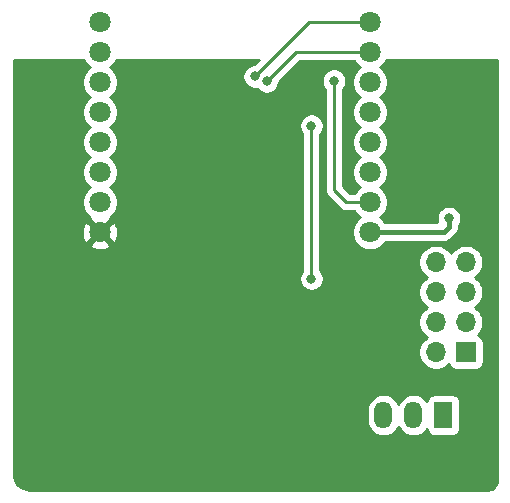
<source format=gbl>
G04 #@! TF.GenerationSoftware,KiCad,Pcbnew,(5.1.5-0-10_14)*
G04 #@! TF.CreationDate,2020-10-21T13:28:45+02:00*
G04 #@! TF.ProjectId,ithowifi,6974686f-7769-4666-992e-6b696361645f,rev?*
G04 #@! TF.SameCoordinates,Original*
G04 #@! TF.FileFunction,Copper,L2,Bot*
G04 #@! TF.FilePolarity,Positive*
%FSLAX46Y46*%
G04 Gerber Fmt 4.6, Leading zero omitted, Abs format (unit mm)*
G04 Created by KiCad (PCBNEW (5.1.5-0-10_14)) date 2020-10-21 13:28:45*
%MOMM*%
%LPD*%
G04 APERTURE LIST*
%ADD10O,1.500000X2.300000*%
%ADD11R,1.500000X2.300000*%
%ADD12C,1.800000*%
%ADD13R,1.700000X1.700000*%
%ADD14O,1.700000X1.700000*%
%ADD15C,0.800000*%
%ADD16C,0.254000*%
%ADD17C,0.406400*%
G04 APERTURE END LIST*
D10*
X115062000Y-143129000D03*
X117602000Y-143129000D03*
D11*
X120142000Y-143129000D03*
D12*
X91059000Y-109855000D03*
X91059000Y-112395000D03*
X91059000Y-114935000D03*
X91059000Y-117475000D03*
X91059000Y-120015000D03*
X91059000Y-122555000D03*
X91059000Y-125095000D03*
X91059000Y-127635000D03*
X113919000Y-127635000D03*
X113919000Y-125095000D03*
X113919000Y-122555000D03*
X113919000Y-120015000D03*
X113919000Y-117475000D03*
X113919000Y-114935000D03*
X113919000Y-112395000D03*
X113919000Y-109855000D03*
D13*
X122047000Y-137795000D03*
D14*
X119507000Y-137795000D03*
X122047000Y-135255000D03*
X119507000Y-135255000D03*
X122047000Y-132715000D03*
X119507000Y-132715000D03*
X122047000Y-130175000D03*
X119507000Y-130175000D03*
D15*
X110871000Y-114808000D03*
X120600000Y-126450000D03*
X123190000Y-118364000D03*
X118872000Y-118364000D03*
X99822000Y-114808000D03*
X100139500Y-146558000D03*
X108966000Y-131572000D03*
X108966000Y-118618000D03*
X105178561Y-114856013D03*
X104151320Y-114450008D03*
D16*
X110871000Y-124079000D02*
X110871000Y-114808000D01*
X111887000Y-125095000D02*
X110871000Y-124079000D01*
X113919000Y-125095000D02*
X111887000Y-125095000D01*
D17*
X120600000Y-127200000D02*
X120600000Y-126450000D01*
X120165000Y-127635000D02*
X120600000Y-127200000D01*
X113919000Y-127635000D02*
X120165000Y-127635000D01*
D16*
X108966000Y-131572000D02*
X108966000Y-118618000D01*
X113919000Y-112395000D02*
X107639574Y-112395000D01*
X107639574Y-112395000D02*
X105578560Y-114456014D01*
X105578560Y-114456014D02*
X105178561Y-114856013D01*
X113919000Y-109855000D02*
X108746328Y-109855000D01*
X108746328Y-109855000D02*
X104551319Y-114050009D01*
X104551319Y-114050009D02*
X104151320Y-114450008D01*
G36*
X89698701Y-113122095D02*
G01*
X89866688Y-113373505D01*
X90080495Y-113587312D01*
X90196763Y-113665000D01*
X90080495Y-113742688D01*
X89866688Y-113956495D01*
X89698701Y-114207905D01*
X89582989Y-114487257D01*
X89524000Y-114783816D01*
X89524000Y-115086184D01*
X89582989Y-115382743D01*
X89698701Y-115662095D01*
X89866688Y-115913505D01*
X90080495Y-116127312D01*
X90196763Y-116205000D01*
X90080495Y-116282688D01*
X89866688Y-116496495D01*
X89698701Y-116747905D01*
X89582989Y-117027257D01*
X89524000Y-117323816D01*
X89524000Y-117626184D01*
X89582989Y-117922743D01*
X89698701Y-118202095D01*
X89866688Y-118453505D01*
X90080495Y-118667312D01*
X90196763Y-118745000D01*
X90080495Y-118822688D01*
X89866688Y-119036495D01*
X89698701Y-119287905D01*
X89582989Y-119567257D01*
X89524000Y-119863816D01*
X89524000Y-120166184D01*
X89582989Y-120462743D01*
X89698701Y-120742095D01*
X89866688Y-120993505D01*
X90080495Y-121207312D01*
X90196763Y-121285000D01*
X90080495Y-121362688D01*
X89866688Y-121576495D01*
X89698701Y-121827905D01*
X89582989Y-122107257D01*
X89524000Y-122403816D01*
X89524000Y-122706184D01*
X89582989Y-123002743D01*
X89698701Y-123282095D01*
X89866688Y-123533505D01*
X90080495Y-123747312D01*
X90196763Y-123825000D01*
X90080495Y-123902688D01*
X89866688Y-124116495D01*
X89698701Y-124367905D01*
X89582989Y-124647257D01*
X89524000Y-124943816D01*
X89524000Y-125246184D01*
X89582989Y-125542743D01*
X89698701Y-125822095D01*
X89866688Y-126073505D01*
X90080495Y-126287312D01*
X90234105Y-126389951D01*
X90174525Y-126570920D01*
X91059000Y-127455395D01*
X91943475Y-126570920D01*
X91883895Y-126389951D01*
X92037505Y-126287312D01*
X92251312Y-126073505D01*
X92419299Y-125822095D01*
X92535011Y-125542743D01*
X92594000Y-125246184D01*
X92594000Y-124943816D01*
X92535011Y-124647257D01*
X92419299Y-124367905D01*
X92251312Y-124116495D01*
X92037505Y-123902688D01*
X91921237Y-123825000D01*
X92037505Y-123747312D01*
X92251312Y-123533505D01*
X92419299Y-123282095D01*
X92535011Y-123002743D01*
X92594000Y-122706184D01*
X92594000Y-122403816D01*
X92535011Y-122107257D01*
X92419299Y-121827905D01*
X92251312Y-121576495D01*
X92037505Y-121362688D01*
X91921237Y-121285000D01*
X92037505Y-121207312D01*
X92251312Y-120993505D01*
X92419299Y-120742095D01*
X92535011Y-120462743D01*
X92594000Y-120166184D01*
X92594000Y-119863816D01*
X92535011Y-119567257D01*
X92419299Y-119287905D01*
X92251312Y-119036495D01*
X92037505Y-118822688D01*
X91921237Y-118745000D01*
X92037505Y-118667312D01*
X92188756Y-118516061D01*
X107931000Y-118516061D01*
X107931000Y-118719939D01*
X107970774Y-118919898D01*
X108048795Y-119108256D01*
X108162063Y-119277774D01*
X108204001Y-119319712D01*
X108204000Y-130870289D01*
X108162063Y-130912226D01*
X108048795Y-131081744D01*
X107970774Y-131270102D01*
X107931000Y-131470061D01*
X107931000Y-131673939D01*
X107970774Y-131873898D01*
X108048795Y-132062256D01*
X108162063Y-132231774D01*
X108306226Y-132375937D01*
X108475744Y-132489205D01*
X108664102Y-132567226D01*
X108864061Y-132607000D01*
X109067939Y-132607000D01*
X109267898Y-132567226D01*
X109456256Y-132489205D01*
X109625774Y-132375937D01*
X109769937Y-132231774D01*
X109883205Y-132062256D01*
X109961226Y-131873898D01*
X110001000Y-131673939D01*
X110001000Y-131470061D01*
X109961226Y-131270102D01*
X109883205Y-131081744D01*
X109769937Y-130912226D01*
X109728000Y-130870289D01*
X109728000Y-130028740D01*
X118022000Y-130028740D01*
X118022000Y-130321260D01*
X118079068Y-130608158D01*
X118191010Y-130878411D01*
X118353525Y-131121632D01*
X118560368Y-131328475D01*
X118734760Y-131445000D01*
X118560368Y-131561525D01*
X118353525Y-131768368D01*
X118191010Y-132011589D01*
X118079068Y-132281842D01*
X118022000Y-132568740D01*
X118022000Y-132861260D01*
X118079068Y-133148158D01*
X118191010Y-133418411D01*
X118353525Y-133661632D01*
X118560368Y-133868475D01*
X118734760Y-133985000D01*
X118560368Y-134101525D01*
X118353525Y-134308368D01*
X118191010Y-134551589D01*
X118079068Y-134821842D01*
X118022000Y-135108740D01*
X118022000Y-135401260D01*
X118079068Y-135688158D01*
X118191010Y-135958411D01*
X118353525Y-136201632D01*
X118560368Y-136408475D01*
X118734760Y-136525000D01*
X118560368Y-136641525D01*
X118353525Y-136848368D01*
X118191010Y-137091589D01*
X118079068Y-137361842D01*
X118022000Y-137648740D01*
X118022000Y-137941260D01*
X118079068Y-138228158D01*
X118191010Y-138498411D01*
X118353525Y-138741632D01*
X118560368Y-138948475D01*
X118803589Y-139110990D01*
X119073842Y-139222932D01*
X119360740Y-139280000D01*
X119653260Y-139280000D01*
X119940158Y-139222932D01*
X120210411Y-139110990D01*
X120453632Y-138948475D01*
X120585487Y-138816620D01*
X120607498Y-138889180D01*
X120666463Y-138999494D01*
X120745815Y-139096185D01*
X120842506Y-139175537D01*
X120952820Y-139234502D01*
X121072518Y-139270812D01*
X121197000Y-139283072D01*
X122897000Y-139283072D01*
X123021482Y-139270812D01*
X123141180Y-139234502D01*
X123251494Y-139175537D01*
X123348185Y-139096185D01*
X123427537Y-138999494D01*
X123486502Y-138889180D01*
X123522812Y-138769482D01*
X123535072Y-138645000D01*
X123535072Y-136945000D01*
X123522812Y-136820518D01*
X123486502Y-136700820D01*
X123427537Y-136590506D01*
X123348185Y-136493815D01*
X123251494Y-136414463D01*
X123141180Y-136355498D01*
X123068620Y-136333487D01*
X123200475Y-136201632D01*
X123362990Y-135958411D01*
X123474932Y-135688158D01*
X123532000Y-135401260D01*
X123532000Y-135108740D01*
X123474932Y-134821842D01*
X123362990Y-134551589D01*
X123200475Y-134308368D01*
X122993632Y-134101525D01*
X122819240Y-133985000D01*
X122993632Y-133868475D01*
X123200475Y-133661632D01*
X123362990Y-133418411D01*
X123474932Y-133148158D01*
X123532000Y-132861260D01*
X123532000Y-132568740D01*
X123474932Y-132281842D01*
X123362990Y-132011589D01*
X123200475Y-131768368D01*
X122993632Y-131561525D01*
X122819240Y-131445000D01*
X122993632Y-131328475D01*
X123200475Y-131121632D01*
X123362990Y-130878411D01*
X123474932Y-130608158D01*
X123532000Y-130321260D01*
X123532000Y-130028740D01*
X123474932Y-129741842D01*
X123362990Y-129471589D01*
X123200475Y-129228368D01*
X122993632Y-129021525D01*
X122750411Y-128859010D01*
X122480158Y-128747068D01*
X122193260Y-128690000D01*
X121900740Y-128690000D01*
X121613842Y-128747068D01*
X121343589Y-128859010D01*
X121100368Y-129021525D01*
X120893525Y-129228368D01*
X120777000Y-129402760D01*
X120660475Y-129228368D01*
X120453632Y-129021525D01*
X120210411Y-128859010D01*
X119940158Y-128747068D01*
X119653260Y-128690000D01*
X119360740Y-128690000D01*
X119073842Y-128747068D01*
X118803589Y-128859010D01*
X118560368Y-129021525D01*
X118353525Y-129228368D01*
X118191010Y-129471589D01*
X118079068Y-129741842D01*
X118022000Y-130028740D01*
X109728000Y-130028740D01*
X109728000Y-119319711D01*
X109769937Y-119277774D01*
X109883205Y-119108256D01*
X109961226Y-118919898D01*
X110001000Y-118719939D01*
X110001000Y-118516061D01*
X109961226Y-118316102D01*
X109883205Y-118127744D01*
X109769937Y-117958226D01*
X109625774Y-117814063D01*
X109456256Y-117700795D01*
X109267898Y-117622774D01*
X109067939Y-117583000D01*
X108864061Y-117583000D01*
X108664102Y-117622774D01*
X108475744Y-117700795D01*
X108306226Y-117814063D01*
X108162063Y-117958226D01*
X108048795Y-118127744D01*
X107970774Y-118316102D01*
X107931000Y-118516061D01*
X92188756Y-118516061D01*
X92251312Y-118453505D01*
X92419299Y-118202095D01*
X92535011Y-117922743D01*
X92594000Y-117626184D01*
X92594000Y-117323816D01*
X92535011Y-117027257D01*
X92419299Y-116747905D01*
X92251312Y-116496495D01*
X92037505Y-116282688D01*
X91921237Y-116205000D01*
X92037505Y-116127312D01*
X92251312Y-115913505D01*
X92419299Y-115662095D01*
X92535011Y-115382743D01*
X92594000Y-115086184D01*
X92594000Y-114783816D01*
X92535011Y-114487257D01*
X92419299Y-114207905D01*
X92251312Y-113956495D01*
X92037505Y-113742688D01*
X91921237Y-113665000D01*
X92037505Y-113587312D01*
X92251312Y-113373505D01*
X92419299Y-113122095D01*
X92457446Y-113030000D01*
X104493698Y-113030000D01*
X104108690Y-113415008D01*
X104049381Y-113415008D01*
X103849422Y-113454782D01*
X103661064Y-113532803D01*
X103491546Y-113646071D01*
X103347383Y-113790234D01*
X103234115Y-113959752D01*
X103156094Y-114148110D01*
X103116320Y-114348069D01*
X103116320Y-114551947D01*
X103156094Y-114751906D01*
X103234115Y-114940264D01*
X103347383Y-115109782D01*
X103491546Y-115253945D01*
X103661064Y-115367213D01*
X103849422Y-115445234D01*
X104049381Y-115485008D01*
X104253259Y-115485008D01*
X104342233Y-115467310D01*
X104374624Y-115515787D01*
X104518787Y-115659950D01*
X104688305Y-115773218D01*
X104876663Y-115851239D01*
X105076622Y-115891013D01*
X105280500Y-115891013D01*
X105480459Y-115851239D01*
X105668817Y-115773218D01*
X105838335Y-115659950D01*
X105982498Y-115515787D01*
X106095766Y-115346269D01*
X106173787Y-115157911D01*
X106213561Y-114957952D01*
X106213561Y-114898643D01*
X107955205Y-113157000D01*
X112582024Y-113157000D01*
X112726688Y-113373505D01*
X112940495Y-113587312D01*
X113056763Y-113665000D01*
X112940495Y-113742688D01*
X112726688Y-113956495D01*
X112558701Y-114207905D01*
X112442989Y-114487257D01*
X112384000Y-114783816D01*
X112384000Y-115086184D01*
X112442989Y-115382743D01*
X112558701Y-115662095D01*
X112726688Y-115913505D01*
X112940495Y-116127312D01*
X113056763Y-116205000D01*
X112940495Y-116282688D01*
X112726688Y-116496495D01*
X112558701Y-116747905D01*
X112442989Y-117027257D01*
X112384000Y-117323816D01*
X112384000Y-117626184D01*
X112442989Y-117922743D01*
X112558701Y-118202095D01*
X112726688Y-118453505D01*
X112940495Y-118667312D01*
X113056763Y-118745000D01*
X112940495Y-118822688D01*
X112726688Y-119036495D01*
X112558701Y-119287905D01*
X112442989Y-119567257D01*
X112384000Y-119863816D01*
X112384000Y-120166184D01*
X112442989Y-120462743D01*
X112558701Y-120742095D01*
X112726688Y-120993505D01*
X112940495Y-121207312D01*
X113056763Y-121285000D01*
X112940495Y-121362688D01*
X112726688Y-121576495D01*
X112558701Y-121827905D01*
X112442989Y-122107257D01*
X112384000Y-122403816D01*
X112384000Y-122706184D01*
X112442989Y-123002743D01*
X112558701Y-123282095D01*
X112726688Y-123533505D01*
X112940495Y-123747312D01*
X113056763Y-123825000D01*
X112940495Y-123902688D01*
X112726688Y-124116495D01*
X112582024Y-124333000D01*
X112202631Y-124333000D01*
X111633000Y-123763370D01*
X111633000Y-115509711D01*
X111674937Y-115467774D01*
X111788205Y-115298256D01*
X111866226Y-115109898D01*
X111906000Y-114909939D01*
X111906000Y-114706061D01*
X111866226Y-114506102D01*
X111788205Y-114317744D01*
X111674937Y-114148226D01*
X111530774Y-114004063D01*
X111361256Y-113890795D01*
X111172898Y-113812774D01*
X110972939Y-113773000D01*
X110769061Y-113773000D01*
X110569102Y-113812774D01*
X110380744Y-113890795D01*
X110211226Y-114004063D01*
X110067063Y-114148226D01*
X109953795Y-114317744D01*
X109875774Y-114506102D01*
X109836000Y-114706061D01*
X109836000Y-114909939D01*
X109875774Y-115109898D01*
X109953795Y-115298256D01*
X110067063Y-115467774D01*
X110109001Y-115509712D01*
X110109000Y-124041577D01*
X110105314Y-124079000D01*
X110109000Y-124116423D01*
X110109000Y-124116425D01*
X110120026Y-124228377D01*
X110163598Y-124372014D01*
X110163599Y-124372015D01*
X110234355Y-124504392D01*
X110273983Y-124552678D01*
X110329578Y-124620422D01*
X110358654Y-124644284D01*
X111321721Y-125607351D01*
X111345578Y-125636422D01*
X111374648Y-125660279D01*
X111461607Y-125731645D01*
X111532364Y-125769465D01*
X111593985Y-125802402D01*
X111737622Y-125845974D01*
X111849574Y-125857000D01*
X111849577Y-125857000D01*
X111887000Y-125860686D01*
X111924423Y-125857000D01*
X112582024Y-125857000D01*
X112726688Y-126073505D01*
X112940495Y-126287312D01*
X113056763Y-126365000D01*
X112940495Y-126442688D01*
X112726688Y-126656495D01*
X112558701Y-126907905D01*
X112442989Y-127187257D01*
X112384000Y-127483816D01*
X112384000Y-127786184D01*
X112442989Y-128082743D01*
X112558701Y-128362095D01*
X112726688Y-128613505D01*
X112940495Y-128827312D01*
X113191905Y-128995299D01*
X113471257Y-129111011D01*
X113767816Y-129170000D01*
X114070184Y-129170000D01*
X114366743Y-129111011D01*
X114646095Y-128995299D01*
X114897505Y-128827312D01*
X115111312Y-128613505D01*
X115205061Y-128473200D01*
X120123837Y-128473200D01*
X120165000Y-128477254D01*
X120206163Y-128473200D01*
X120206170Y-128473200D01*
X120329316Y-128461071D01*
X120487317Y-128413142D01*
X120632932Y-128335309D01*
X120760564Y-128230564D01*
X120786811Y-128198582D01*
X121163583Y-127821810D01*
X121195564Y-127795564D01*
X121300309Y-127667932D01*
X121378142Y-127522317D01*
X121426071Y-127364316D01*
X121438200Y-127241170D01*
X121438200Y-127241163D01*
X121442254Y-127200000D01*
X121438200Y-127158837D01*
X121438200Y-127058496D01*
X121517205Y-126940256D01*
X121595226Y-126751898D01*
X121635000Y-126551939D01*
X121635000Y-126348061D01*
X121595226Y-126148102D01*
X121517205Y-125959744D01*
X121403937Y-125790226D01*
X121259774Y-125646063D01*
X121090256Y-125532795D01*
X120901898Y-125454774D01*
X120701939Y-125415000D01*
X120498061Y-125415000D01*
X120298102Y-125454774D01*
X120109744Y-125532795D01*
X119940226Y-125646063D01*
X119796063Y-125790226D01*
X119682795Y-125959744D01*
X119604774Y-126148102D01*
X119565000Y-126348061D01*
X119565000Y-126551939D01*
X119604774Y-126751898D01*
X119623373Y-126796800D01*
X115205061Y-126796800D01*
X115111312Y-126656495D01*
X114897505Y-126442688D01*
X114781237Y-126365000D01*
X114897505Y-126287312D01*
X115111312Y-126073505D01*
X115279299Y-125822095D01*
X115395011Y-125542743D01*
X115454000Y-125246184D01*
X115454000Y-124943816D01*
X115395011Y-124647257D01*
X115279299Y-124367905D01*
X115111312Y-124116495D01*
X114897505Y-123902688D01*
X114781237Y-123825000D01*
X114897505Y-123747312D01*
X115111312Y-123533505D01*
X115279299Y-123282095D01*
X115395011Y-123002743D01*
X115454000Y-122706184D01*
X115454000Y-122403816D01*
X115395011Y-122107257D01*
X115279299Y-121827905D01*
X115111312Y-121576495D01*
X114897505Y-121362688D01*
X114781237Y-121285000D01*
X114897505Y-121207312D01*
X115111312Y-120993505D01*
X115279299Y-120742095D01*
X115395011Y-120462743D01*
X115454000Y-120166184D01*
X115454000Y-119863816D01*
X115395011Y-119567257D01*
X115279299Y-119287905D01*
X115111312Y-119036495D01*
X114897505Y-118822688D01*
X114781237Y-118745000D01*
X114897505Y-118667312D01*
X115111312Y-118453505D01*
X115279299Y-118202095D01*
X115395011Y-117922743D01*
X115454000Y-117626184D01*
X115454000Y-117323816D01*
X115395011Y-117027257D01*
X115279299Y-116747905D01*
X115111312Y-116496495D01*
X114897505Y-116282688D01*
X114781237Y-116205000D01*
X114897505Y-116127312D01*
X115111312Y-115913505D01*
X115279299Y-115662095D01*
X115395011Y-115382743D01*
X115454000Y-115086184D01*
X115454000Y-114783816D01*
X115395011Y-114487257D01*
X115279299Y-114207905D01*
X115111312Y-113956495D01*
X114897505Y-113742688D01*
X114781237Y-113665000D01*
X114897505Y-113587312D01*
X115111312Y-113373505D01*
X115279299Y-113122095D01*
X115317446Y-113030000D01*
X124654000Y-113030000D01*
X124654001Y-148682998D01*
X124637361Y-148852707D01*
X124597951Y-148983238D01*
X124533933Y-149103638D01*
X124447753Y-149209305D01*
X124342690Y-149296221D01*
X124222743Y-149361076D01*
X124092488Y-149401397D01*
X123925005Y-149419000D01*
X85123991Y-149419000D01*
X84830954Y-149390268D01*
X84581782Y-149315038D01*
X84351959Y-149192840D01*
X84150254Y-149028333D01*
X83984339Y-148827776D01*
X83860542Y-148598819D01*
X83783573Y-148350170D01*
X83753000Y-148059286D01*
X83753000Y-142660963D01*
X113677000Y-142660963D01*
X113677000Y-143597036D01*
X113697040Y-143800506D01*
X113776236Y-144061580D01*
X113904843Y-144302187D01*
X114077919Y-144513080D01*
X114288812Y-144686157D01*
X114529419Y-144814764D01*
X114790493Y-144893960D01*
X115062000Y-144920701D01*
X115333506Y-144893960D01*
X115594580Y-144814764D01*
X115835187Y-144686157D01*
X116046080Y-144513081D01*
X116219157Y-144302188D01*
X116332000Y-144091073D01*
X116444843Y-144302187D01*
X116617919Y-144513080D01*
X116828812Y-144686157D01*
X117069419Y-144814764D01*
X117330493Y-144893960D01*
X117602000Y-144920701D01*
X117873506Y-144893960D01*
X118134580Y-144814764D01*
X118375187Y-144686157D01*
X118586080Y-144513081D01*
X118756527Y-144305392D01*
X118766188Y-144403482D01*
X118802498Y-144523180D01*
X118861463Y-144633494D01*
X118940815Y-144730185D01*
X119037506Y-144809537D01*
X119147820Y-144868502D01*
X119267518Y-144904812D01*
X119392000Y-144917072D01*
X120892000Y-144917072D01*
X121016482Y-144904812D01*
X121136180Y-144868502D01*
X121246494Y-144809537D01*
X121343185Y-144730185D01*
X121422537Y-144633494D01*
X121481502Y-144523180D01*
X121517812Y-144403482D01*
X121530072Y-144279000D01*
X121530072Y-141979000D01*
X121517812Y-141854518D01*
X121481502Y-141734820D01*
X121422537Y-141624506D01*
X121343185Y-141527815D01*
X121246494Y-141448463D01*
X121136180Y-141389498D01*
X121016482Y-141353188D01*
X120892000Y-141340928D01*
X119392000Y-141340928D01*
X119267518Y-141353188D01*
X119147820Y-141389498D01*
X119037506Y-141448463D01*
X118940815Y-141527815D01*
X118861463Y-141624506D01*
X118802498Y-141734820D01*
X118766188Y-141854518D01*
X118756527Y-141952608D01*
X118586081Y-141744919D01*
X118375188Y-141571843D01*
X118134581Y-141443236D01*
X117873507Y-141364040D01*
X117602000Y-141337299D01*
X117330494Y-141364040D01*
X117069420Y-141443236D01*
X116828813Y-141571843D01*
X116617920Y-141744919D01*
X116444843Y-141955812D01*
X116332000Y-142166927D01*
X116219157Y-141955812D01*
X116046081Y-141744919D01*
X115835188Y-141571843D01*
X115594581Y-141443236D01*
X115333507Y-141364040D01*
X115062000Y-141337299D01*
X114790494Y-141364040D01*
X114529420Y-141443236D01*
X114288813Y-141571843D01*
X114077920Y-141744919D01*
X113904843Y-141955812D01*
X113776236Y-142196419D01*
X113697040Y-142457493D01*
X113677000Y-142660963D01*
X83753000Y-142660963D01*
X83753000Y-128699080D01*
X90174525Y-128699080D01*
X90258208Y-128953261D01*
X90530775Y-129084158D01*
X90823642Y-129159365D01*
X91125553Y-129175991D01*
X91424907Y-129133397D01*
X91710199Y-129033222D01*
X91859792Y-128953261D01*
X91943475Y-128699080D01*
X91059000Y-127814605D01*
X90174525Y-128699080D01*
X83753000Y-128699080D01*
X83753000Y-127701553D01*
X89518009Y-127701553D01*
X89560603Y-128000907D01*
X89660778Y-128286199D01*
X89740739Y-128435792D01*
X89994920Y-128519475D01*
X90879395Y-127635000D01*
X91238605Y-127635000D01*
X92123080Y-128519475D01*
X92377261Y-128435792D01*
X92508158Y-128163225D01*
X92583365Y-127870358D01*
X92599991Y-127568447D01*
X92557397Y-127269093D01*
X92457222Y-126983801D01*
X92377261Y-126834208D01*
X92123080Y-126750525D01*
X91238605Y-127635000D01*
X90879395Y-127635000D01*
X89994920Y-126750525D01*
X89740739Y-126834208D01*
X89609842Y-127106775D01*
X89534635Y-127399642D01*
X89518009Y-127701553D01*
X83753000Y-127701553D01*
X83753000Y-113030000D01*
X89660554Y-113030000D01*
X89698701Y-113122095D01*
G37*
X89698701Y-113122095D02*
X89866688Y-113373505D01*
X90080495Y-113587312D01*
X90196763Y-113665000D01*
X90080495Y-113742688D01*
X89866688Y-113956495D01*
X89698701Y-114207905D01*
X89582989Y-114487257D01*
X89524000Y-114783816D01*
X89524000Y-115086184D01*
X89582989Y-115382743D01*
X89698701Y-115662095D01*
X89866688Y-115913505D01*
X90080495Y-116127312D01*
X90196763Y-116205000D01*
X90080495Y-116282688D01*
X89866688Y-116496495D01*
X89698701Y-116747905D01*
X89582989Y-117027257D01*
X89524000Y-117323816D01*
X89524000Y-117626184D01*
X89582989Y-117922743D01*
X89698701Y-118202095D01*
X89866688Y-118453505D01*
X90080495Y-118667312D01*
X90196763Y-118745000D01*
X90080495Y-118822688D01*
X89866688Y-119036495D01*
X89698701Y-119287905D01*
X89582989Y-119567257D01*
X89524000Y-119863816D01*
X89524000Y-120166184D01*
X89582989Y-120462743D01*
X89698701Y-120742095D01*
X89866688Y-120993505D01*
X90080495Y-121207312D01*
X90196763Y-121285000D01*
X90080495Y-121362688D01*
X89866688Y-121576495D01*
X89698701Y-121827905D01*
X89582989Y-122107257D01*
X89524000Y-122403816D01*
X89524000Y-122706184D01*
X89582989Y-123002743D01*
X89698701Y-123282095D01*
X89866688Y-123533505D01*
X90080495Y-123747312D01*
X90196763Y-123825000D01*
X90080495Y-123902688D01*
X89866688Y-124116495D01*
X89698701Y-124367905D01*
X89582989Y-124647257D01*
X89524000Y-124943816D01*
X89524000Y-125246184D01*
X89582989Y-125542743D01*
X89698701Y-125822095D01*
X89866688Y-126073505D01*
X90080495Y-126287312D01*
X90234105Y-126389951D01*
X90174525Y-126570920D01*
X91059000Y-127455395D01*
X91943475Y-126570920D01*
X91883895Y-126389951D01*
X92037505Y-126287312D01*
X92251312Y-126073505D01*
X92419299Y-125822095D01*
X92535011Y-125542743D01*
X92594000Y-125246184D01*
X92594000Y-124943816D01*
X92535011Y-124647257D01*
X92419299Y-124367905D01*
X92251312Y-124116495D01*
X92037505Y-123902688D01*
X91921237Y-123825000D01*
X92037505Y-123747312D01*
X92251312Y-123533505D01*
X92419299Y-123282095D01*
X92535011Y-123002743D01*
X92594000Y-122706184D01*
X92594000Y-122403816D01*
X92535011Y-122107257D01*
X92419299Y-121827905D01*
X92251312Y-121576495D01*
X92037505Y-121362688D01*
X91921237Y-121285000D01*
X92037505Y-121207312D01*
X92251312Y-120993505D01*
X92419299Y-120742095D01*
X92535011Y-120462743D01*
X92594000Y-120166184D01*
X92594000Y-119863816D01*
X92535011Y-119567257D01*
X92419299Y-119287905D01*
X92251312Y-119036495D01*
X92037505Y-118822688D01*
X91921237Y-118745000D01*
X92037505Y-118667312D01*
X92188756Y-118516061D01*
X107931000Y-118516061D01*
X107931000Y-118719939D01*
X107970774Y-118919898D01*
X108048795Y-119108256D01*
X108162063Y-119277774D01*
X108204001Y-119319712D01*
X108204000Y-130870289D01*
X108162063Y-130912226D01*
X108048795Y-131081744D01*
X107970774Y-131270102D01*
X107931000Y-131470061D01*
X107931000Y-131673939D01*
X107970774Y-131873898D01*
X108048795Y-132062256D01*
X108162063Y-132231774D01*
X108306226Y-132375937D01*
X108475744Y-132489205D01*
X108664102Y-132567226D01*
X108864061Y-132607000D01*
X109067939Y-132607000D01*
X109267898Y-132567226D01*
X109456256Y-132489205D01*
X109625774Y-132375937D01*
X109769937Y-132231774D01*
X109883205Y-132062256D01*
X109961226Y-131873898D01*
X110001000Y-131673939D01*
X110001000Y-131470061D01*
X109961226Y-131270102D01*
X109883205Y-131081744D01*
X109769937Y-130912226D01*
X109728000Y-130870289D01*
X109728000Y-130028740D01*
X118022000Y-130028740D01*
X118022000Y-130321260D01*
X118079068Y-130608158D01*
X118191010Y-130878411D01*
X118353525Y-131121632D01*
X118560368Y-131328475D01*
X118734760Y-131445000D01*
X118560368Y-131561525D01*
X118353525Y-131768368D01*
X118191010Y-132011589D01*
X118079068Y-132281842D01*
X118022000Y-132568740D01*
X118022000Y-132861260D01*
X118079068Y-133148158D01*
X118191010Y-133418411D01*
X118353525Y-133661632D01*
X118560368Y-133868475D01*
X118734760Y-133985000D01*
X118560368Y-134101525D01*
X118353525Y-134308368D01*
X118191010Y-134551589D01*
X118079068Y-134821842D01*
X118022000Y-135108740D01*
X118022000Y-135401260D01*
X118079068Y-135688158D01*
X118191010Y-135958411D01*
X118353525Y-136201632D01*
X118560368Y-136408475D01*
X118734760Y-136525000D01*
X118560368Y-136641525D01*
X118353525Y-136848368D01*
X118191010Y-137091589D01*
X118079068Y-137361842D01*
X118022000Y-137648740D01*
X118022000Y-137941260D01*
X118079068Y-138228158D01*
X118191010Y-138498411D01*
X118353525Y-138741632D01*
X118560368Y-138948475D01*
X118803589Y-139110990D01*
X119073842Y-139222932D01*
X119360740Y-139280000D01*
X119653260Y-139280000D01*
X119940158Y-139222932D01*
X120210411Y-139110990D01*
X120453632Y-138948475D01*
X120585487Y-138816620D01*
X120607498Y-138889180D01*
X120666463Y-138999494D01*
X120745815Y-139096185D01*
X120842506Y-139175537D01*
X120952820Y-139234502D01*
X121072518Y-139270812D01*
X121197000Y-139283072D01*
X122897000Y-139283072D01*
X123021482Y-139270812D01*
X123141180Y-139234502D01*
X123251494Y-139175537D01*
X123348185Y-139096185D01*
X123427537Y-138999494D01*
X123486502Y-138889180D01*
X123522812Y-138769482D01*
X123535072Y-138645000D01*
X123535072Y-136945000D01*
X123522812Y-136820518D01*
X123486502Y-136700820D01*
X123427537Y-136590506D01*
X123348185Y-136493815D01*
X123251494Y-136414463D01*
X123141180Y-136355498D01*
X123068620Y-136333487D01*
X123200475Y-136201632D01*
X123362990Y-135958411D01*
X123474932Y-135688158D01*
X123532000Y-135401260D01*
X123532000Y-135108740D01*
X123474932Y-134821842D01*
X123362990Y-134551589D01*
X123200475Y-134308368D01*
X122993632Y-134101525D01*
X122819240Y-133985000D01*
X122993632Y-133868475D01*
X123200475Y-133661632D01*
X123362990Y-133418411D01*
X123474932Y-133148158D01*
X123532000Y-132861260D01*
X123532000Y-132568740D01*
X123474932Y-132281842D01*
X123362990Y-132011589D01*
X123200475Y-131768368D01*
X122993632Y-131561525D01*
X122819240Y-131445000D01*
X122993632Y-131328475D01*
X123200475Y-131121632D01*
X123362990Y-130878411D01*
X123474932Y-130608158D01*
X123532000Y-130321260D01*
X123532000Y-130028740D01*
X123474932Y-129741842D01*
X123362990Y-129471589D01*
X123200475Y-129228368D01*
X122993632Y-129021525D01*
X122750411Y-128859010D01*
X122480158Y-128747068D01*
X122193260Y-128690000D01*
X121900740Y-128690000D01*
X121613842Y-128747068D01*
X121343589Y-128859010D01*
X121100368Y-129021525D01*
X120893525Y-129228368D01*
X120777000Y-129402760D01*
X120660475Y-129228368D01*
X120453632Y-129021525D01*
X120210411Y-128859010D01*
X119940158Y-128747068D01*
X119653260Y-128690000D01*
X119360740Y-128690000D01*
X119073842Y-128747068D01*
X118803589Y-128859010D01*
X118560368Y-129021525D01*
X118353525Y-129228368D01*
X118191010Y-129471589D01*
X118079068Y-129741842D01*
X118022000Y-130028740D01*
X109728000Y-130028740D01*
X109728000Y-119319711D01*
X109769937Y-119277774D01*
X109883205Y-119108256D01*
X109961226Y-118919898D01*
X110001000Y-118719939D01*
X110001000Y-118516061D01*
X109961226Y-118316102D01*
X109883205Y-118127744D01*
X109769937Y-117958226D01*
X109625774Y-117814063D01*
X109456256Y-117700795D01*
X109267898Y-117622774D01*
X109067939Y-117583000D01*
X108864061Y-117583000D01*
X108664102Y-117622774D01*
X108475744Y-117700795D01*
X108306226Y-117814063D01*
X108162063Y-117958226D01*
X108048795Y-118127744D01*
X107970774Y-118316102D01*
X107931000Y-118516061D01*
X92188756Y-118516061D01*
X92251312Y-118453505D01*
X92419299Y-118202095D01*
X92535011Y-117922743D01*
X92594000Y-117626184D01*
X92594000Y-117323816D01*
X92535011Y-117027257D01*
X92419299Y-116747905D01*
X92251312Y-116496495D01*
X92037505Y-116282688D01*
X91921237Y-116205000D01*
X92037505Y-116127312D01*
X92251312Y-115913505D01*
X92419299Y-115662095D01*
X92535011Y-115382743D01*
X92594000Y-115086184D01*
X92594000Y-114783816D01*
X92535011Y-114487257D01*
X92419299Y-114207905D01*
X92251312Y-113956495D01*
X92037505Y-113742688D01*
X91921237Y-113665000D01*
X92037505Y-113587312D01*
X92251312Y-113373505D01*
X92419299Y-113122095D01*
X92457446Y-113030000D01*
X104493698Y-113030000D01*
X104108690Y-113415008D01*
X104049381Y-113415008D01*
X103849422Y-113454782D01*
X103661064Y-113532803D01*
X103491546Y-113646071D01*
X103347383Y-113790234D01*
X103234115Y-113959752D01*
X103156094Y-114148110D01*
X103116320Y-114348069D01*
X103116320Y-114551947D01*
X103156094Y-114751906D01*
X103234115Y-114940264D01*
X103347383Y-115109782D01*
X103491546Y-115253945D01*
X103661064Y-115367213D01*
X103849422Y-115445234D01*
X104049381Y-115485008D01*
X104253259Y-115485008D01*
X104342233Y-115467310D01*
X104374624Y-115515787D01*
X104518787Y-115659950D01*
X104688305Y-115773218D01*
X104876663Y-115851239D01*
X105076622Y-115891013D01*
X105280500Y-115891013D01*
X105480459Y-115851239D01*
X105668817Y-115773218D01*
X105838335Y-115659950D01*
X105982498Y-115515787D01*
X106095766Y-115346269D01*
X106173787Y-115157911D01*
X106213561Y-114957952D01*
X106213561Y-114898643D01*
X107955205Y-113157000D01*
X112582024Y-113157000D01*
X112726688Y-113373505D01*
X112940495Y-113587312D01*
X113056763Y-113665000D01*
X112940495Y-113742688D01*
X112726688Y-113956495D01*
X112558701Y-114207905D01*
X112442989Y-114487257D01*
X112384000Y-114783816D01*
X112384000Y-115086184D01*
X112442989Y-115382743D01*
X112558701Y-115662095D01*
X112726688Y-115913505D01*
X112940495Y-116127312D01*
X113056763Y-116205000D01*
X112940495Y-116282688D01*
X112726688Y-116496495D01*
X112558701Y-116747905D01*
X112442989Y-117027257D01*
X112384000Y-117323816D01*
X112384000Y-117626184D01*
X112442989Y-117922743D01*
X112558701Y-118202095D01*
X112726688Y-118453505D01*
X112940495Y-118667312D01*
X113056763Y-118745000D01*
X112940495Y-118822688D01*
X112726688Y-119036495D01*
X112558701Y-119287905D01*
X112442989Y-119567257D01*
X112384000Y-119863816D01*
X112384000Y-120166184D01*
X112442989Y-120462743D01*
X112558701Y-120742095D01*
X112726688Y-120993505D01*
X112940495Y-121207312D01*
X113056763Y-121285000D01*
X112940495Y-121362688D01*
X112726688Y-121576495D01*
X112558701Y-121827905D01*
X112442989Y-122107257D01*
X112384000Y-122403816D01*
X112384000Y-122706184D01*
X112442989Y-123002743D01*
X112558701Y-123282095D01*
X112726688Y-123533505D01*
X112940495Y-123747312D01*
X113056763Y-123825000D01*
X112940495Y-123902688D01*
X112726688Y-124116495D01*
X112582024Y-124333000D01*
X112202631Y-124333000D01*
X111633000Y-123763370D01*
X111633000Y-115509711D01*
X111674937Y-115467774D01*
X111788205Y-115298256D01*
X111866226Y-115109898D01*
X111906000Y-114909939D01*
X111906000Y-114706061D01*
X111866226Y-114506102D01*
X111788205Y-114317744D01*
X111674937Y-114148226D01*
X111530774Y-114004063D01*
X111361256Y-113890795D01*
X111172898Y-113812774D01*
X110972939Y-113773000D01*
X110769061Y-113773000D01*
X110569102Y-113812774D01*
X110380744Y-113890795D01*
X110211226Y-114004063D01*
X110067063Y-114148226D01*
X109953795Y-114317744D01*
X109875774Y-114506102D01*
X109836000Y-114706061D01*
X109836000Y-114909939D01*
X109875774Y-115109898D01*
X109953795Y-115298256D01*
X110067063Y-115467774D01*
X110109001Y-115509712D01*
X110109000Y-124041577D01*
X110105314Y-124079000D01*
X110109000Y-124116423D01*
X110109000Y-124116425D01*
X110120026Y-124228377D01*
X110163598Y-124372014D01*
X110163599Y-124372015D01*
X110234355Y-124504392D01*
X110273983Y-124552678D01*
X110329578Y-124620422D01*
X110358654Y-124644284D01*
X111321721Y-125607351D01*
X111345578Y-125636422D01*
X111374648Y-125660279D01*
X111461607Y-125731645D01*
X111532364Y-125769465D01*
X111593985Y-125802402D01*
X111737622Y-125845974D01*
X111849574Y-125857000D01*
X111849577Y-125857000D01*
X111887000Y-125860686D01*
X111924423Y-125857000D01*
X112582024Y-125857000D01*
X112726688Y-126073505D01*
X112940495Y-126287312D01*
X113056763Y-126365000D01*
X112940495Y-126442688D01*
X112726688Y-126656495D01*
X112558701Y-126907905D01*
X112442989Y-127187257D01*
X112384000Y-127483816D01*
X112384000Y-127786184D01*
X112442989Y-128082743D01*
X112558701Y-128362095D01*
X112726688Y-128613505D01*
X112940495Y-128827312D01*
X113191905Y-128995299D01*
X113471257Y-129111011D01*
X113767816Y-129170000D01*
X114070184Y-129170000D01*
X114366743Y-129111011D01*
X114646095Y-128995299D01*
X114897505Y-128827312D01*
X115111312Y-128613505D01*
X115205061Y-128473200D01*
X120123837Y-128473200D01*
X120165000Y-128477254D01*
X120206163Y-128473200D01*
X120206170Y-128473200D01*
X120329316Y-128461071D01*
X120487317Y-128413142D01*
X120632932Y-128335309D01*
X120760564Y-128230564D01*
X120786811Y-128198582D01*
X121163583Y-127821810D01*
X121195564Y-127795564D01*
X121300309Y-127667932D01*
X121378142Y-127522317D01*
X121426071Y-127364316D01*
X121438200Y-127241170D01*
X121438200Y-127241163D01*
X121442254Y-127200000D01*
X121438200Y-127158837D01*
X121438200Y-127058496D01*
X121517205Y-126940256D01*
X121595226Y-126751898D01*
X121635000Y-126551939D01*
X121635000Y-126348061D01*
X121595226Y-126148102D01*
X121517205Y-125959744D01*
X121403937Y-125790226D01*
X121259774Y-125646063D01*
X121090256Y-125532795D01*
X120901898Y-125454774D01*
X120701939Y-125415000D01*
X120498061Y-125415000D01*
X120298102Y-125454774D01*
X120109744Y-125532795D01*
X119940226Y-125646063D01*
X119796063Y-125790226D01*
X119682795Y-125959744D01*
X119604774Y-126148102D01*
X119565000Y-126348061D01*
X119565000Y-126551939D01*
X119604774Y-126751898D01*
X119623373Y-126796800D01*
X115205061Y-126796800D01*
X115111312Y-126656495D01*
X114897505Y-126442688D01*
X114781237Y-126365000D01*
X114897505Y-126287312D01*
X115111312Y-126073505D01*
X115279299Y-125822095D01*
X115395011Y-125542743D01*
X115454000Y-125246184D01*
X115454000Y-124943816D01*
X115395011Y-124647257D01*
X115279299Y-124367905D01*
X115111312Y-124116495D01*
X114897505Y-123902688D01*
X114781237Y-123825000D01*
X114897505Y-123747312D01*
X115111312Y-123533505D01*
X115279299Y-123282095D01*
X115395011Y-123002743D01*
X115454000Y-122706184D01*
X115454000Y-122403816D01*
X115395011Y-122107257D01*
X115279299Y-121827905D01*
X115111312Y-121576495D01*
X114897505Y-121362688D01*
X114781237Y-121285000D01*
X114897505Y-121207312D01*
X115111312Y-120993505D01*
X115279299Y-120742095D01*
X115395011Y-120462743D01*
X115454000Y-120166184D01*
X115454000Y-119863816D01*
X115395011Y-119567257D01*
X115279299Y-119287905D01*
X115111312Y-119036495D01*
X114897505Y-118822688D01*
X114781237Y-118745000D01*
X114897505Y-118667312D01*
X115111312Y-118453505D01*
X115279299Y-118202095D01*
X115395011Y-117922743D01*
X115454000Y-117626184D01*
X115454000Y-117323816D01*
X115395011Y-117027257D01*
X115279299Y-116747905D01*
X115111312Y-116496495D01*
X114897505Y-116282688D01*
X114781237Y-116205000D01*
X114897505Y-116127312D01*
X115111312Y-115913505D01*
X115279299Y-115662095D01*
X115395011Y-115382743D01*
X115454000Y-115086184D01*
X115454000Y-114783816D01*
X115395011Y-114487257D01*
X115279299Y-114207905D01*
X115111312Y-113956495D01*
X114897505Y-113742688D01*
X114781237Y-113665000D01*
X114897505Y-113587312D01*
X115111312Y-113373505D01*
X115279299Y-113122095D01*
X115317446Y-113030000D01*
X124654000Y-113030000D01*
X124654001Y-148682998D01*
X124637361Y-148852707D01*
X124597951Y-148983238D01*
X124533933Y-149103638D01*
X124447753Y-149209305D01*
X124342690Y-149296221D01*
X124222743Y-149361076D01*
X124092488Y-149401397D01*
X123925005Y-149419000D01*
X85123991Y-149419000D01*
X84830954Y-149390268D01*
X84581782Y-149315038D01*
X84351959Y-149192840D01*
X84150254Y-149028333D01*
X83984339Y-148827776D01*
X83860542Y-148598819D01*
X83783573Y-148350170D01*
X83753000Y-148059286D01*
X83753000Y-142660963D01*
X113677000Y-142660963D01*
X113677000Y-143597036D01*
X113697040Y-143800506D01*
X113776236Y-144061580D01*
X113904843Y-144302187D01*
X114077919Y-144513080D01*
X114288812Y-144686157D01*
X114529419Y-144814764D01*
X114790493Y-144893960D01*
X115062000Y-144920701D01*
X115333506Y-144893960D01*
X115594580Y-144814764D01*
X115835187Y-144686157D01*
X116046080Y-144513081D01*
X116219157Y-144302188D01*
X116332000Y-144091073D01*
X116444843Y-144302187D01*
X116617919Y-144513080D01*
X116828812Y-144686157D01*
X117069419Y-144814764D01*
X117330493Y-144893960D01*
X117602000Y-144920701D01*
X117873506Y-144893960D01*
X118134580Y-144814764D01*
X118375187Y-144686157D01*
X118586080Y-144513081D01*
X118756527Y-144305392D01*
X118766188Y-144403482D01*
X118802498Y-144523180D01*
X118861463Y-144633494D01*
X118940815Y-144730185D01*
X119037506Y-144809537D01*
X119147820Y-144868502D01*
X119267518Y-144904812D01*
X119392000Y-144917072D01*
X120892000Y-144917072D01*
X121016482Y-144904812D01*
X121136180Y-144868502D01*
X121246494Y-144809537D01*
X121343185Y-144730185D01*
X121422537Y-144633494D01*
X121481502Y-144523180D01*
X121517812Y-144403482D01*
X121530072Y-144279000D01*
X121530072Y-141979000D01*
X121517812Y-141854518D01*
X121481502Y-141734820D01*
X121422537Y-141624506D01*
X121343185Y-141527815D01*
X121246494Y-141448463D01*
X121136180Y-141389498D01*
X121016482Y-141353188D01*
X120892000Y-141340928D01*
X119392000Y-141340928D01*
X119267518Y-141353188D01*
X119147820Y-141389498D01*
X119037506Y-141448463D01*
X118940815Y-141527815D01*
X118861463Y-141624506D01*
X118802498Y-141734820D01*
X118766188Y-141854518D01*
X118756527Y-141952608D01*
X118586081Y-141744919D01*
X118375188Y-141571843D01*
X118134581Y-141443236D01*
X117873507Y-141364040D01*
X117602000Y-141337299D01*
X117330494Y-141364040D01*
X117069420Y-141443236D01*
X116828813Y-141571843D01*
X116617920Y-141744919D01*
X116444843Y-141955812D01*
X116332000Y-142166927D01*
X116219157Y-141955812D01*
X116046081Y-141744919D01*
X115835188Y-141571843D01*
X115594581Y-141443236D01*
X115333507Y-141364040D01*
X115062000Y-141337299D01*
X114790494Y-141364040D01*
X114529420Y-141443236D01*
X114288813Y-141571843D01*
X114077920Y-141744919D01*
X113904843Y-141955812D01*
X113776236Y-142196419D01*
X113697040Y-142457493D01*
X113677000Y-142660963D01*
X83753000Y-142660963D01*
X83753000Y-128699080D01*
X90174525Y-128699080D01*
X90258208Y-128953261D01*
X90530775Y-129084158D01*
X90823642Y-129159365D01*
X91125553Y-129175991D01*
X91424907Y-129133397D01*
X91710199Y-129033222D01*
X91859792Y-128953261D01*
X91943475Y-128699080D01*
X91059000Y-127814605D01*
X90174525Y-128699080D01*
X83753000Y-128699080D01*
X83753000Y-127701553D01*
X89518009Y-127701553D01*
X89560603Y-128000907D01*
X89660778Y-128286199D01*
X89740739Y-128435792D01*
X89994920Y-128519475D01*
X90879395Y-127635000D01*
X91238605Y-127635000D01*
X92123080Y-128519475D01*
X92377261Y-128435792D01*
X92508158Y-128163225D01*
X92583365Y-127870358D01*
X92599991Y-127568447D01*
X92557397Y-127269093D01*
X92457222Y-126983801D01*
X92377261Y-126834208D01*
X92123080Y-126750525D01*
X91238605Y-127635000D01*
X90879395Y-127635000D01*
X89994920Y-126750525D01*
X89740739Y-126834208D01*
X89609842Y-127106775D01*
X89534635Y-127399642D01*
X89518009Y-127701553D01*
X83753000Y-127701553D01*
X83753000Y-113030000D01*
X89660554Y-113030000D01*
X89698701Y-113122095D01*
M02*

</source>
